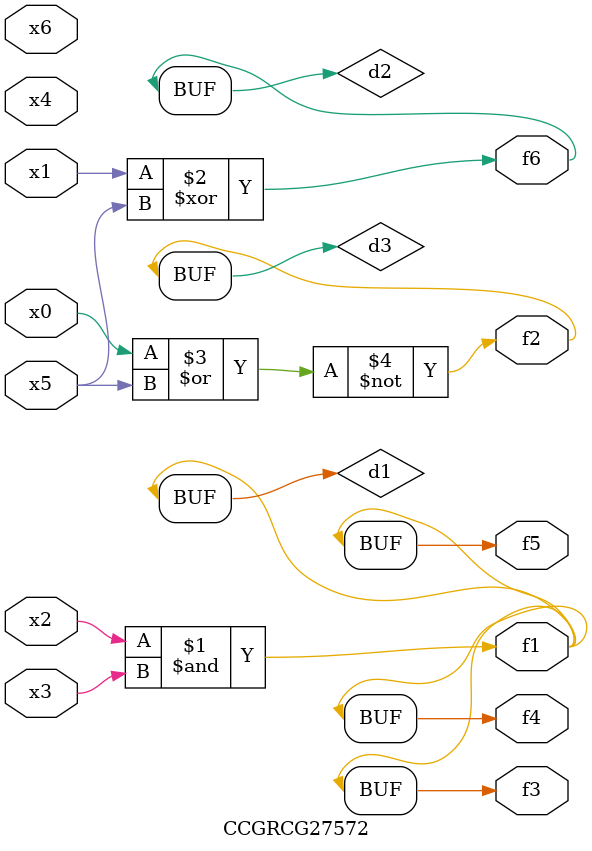
<source format=v>
module CCGRCG27572(
	input x0, x1, x2, x3, x4, x5, x6,
	output f1, f2, f3, f4, f5, f6
);

	wire d1, d2, d3;

	and (d1, x2, x3);
	xor (d2, x1, x5);
	nor (d3, x0, x5);
	assign f1 = d1;
	assign f2 = d3;
	assign f3 = d1;
	assign f4 = d1;
	assign f5 = d1;
	assign f6 = d2;
endmodule

</source>
